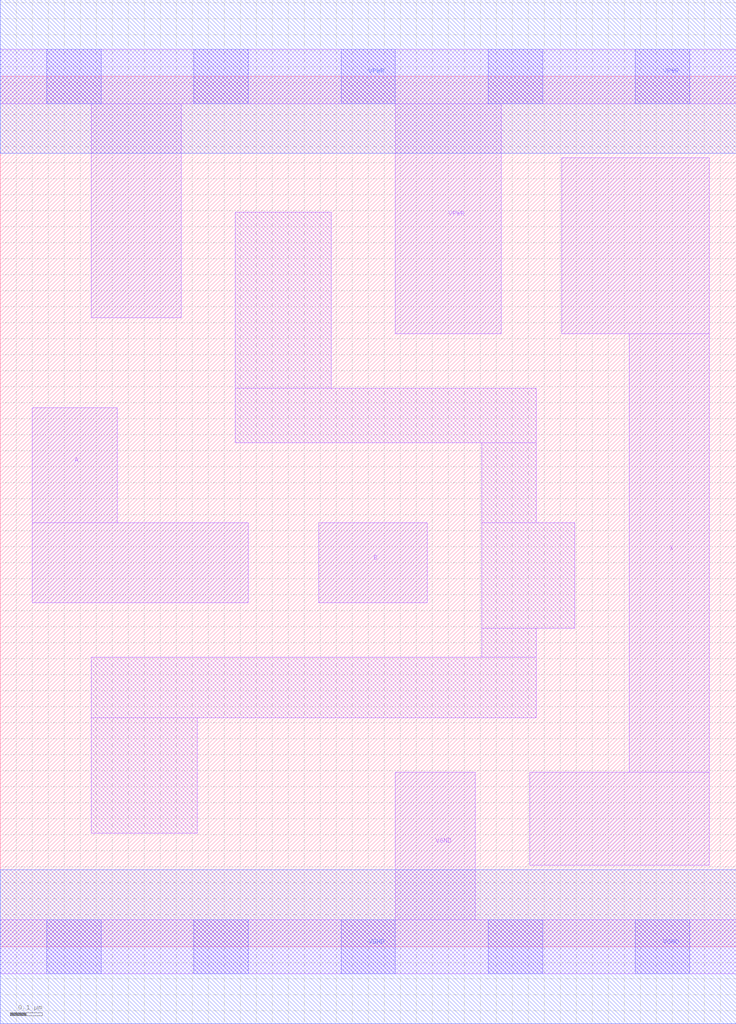
<source format=lef>
# Copyright 2020 The SkyWater PDK Authors
#
# Licensed under the Apache License, Version 2.0 (the "License");
# you may not use this file except in compliance with the License.
# You may obtain a copy of the License at
#
#     https://www.apache.org/licenses/LICENSE-2.0
#
# Unless required by applicable law or agreed to in writing, software
# distributed under the License is distributed on an "AS IS" BASIS,
# WITHOUT WARRANTIES OR CONDITIONS OF ANY KIND, either express or implied.
# See the License for the specific language governing permissions and
# limitations under the License.
#
# SPDX-License-Identifier: Apache-2.0

VERSION 5.7 ;
  NAMESCASESENSITIVE ON ;
  NOWIREEXTENSIONATPIN ON ;
  DIVIDERCHAR "/" ;
  BUSBITCHARS "[]" ;
UNITS
  DATABASE MICRONS 200 ;
END UNITS
MACRO sky130_fd_sc_hd__and2_1
  CLASS CORE ;
  SOURCE USER ;
  FOREIGN sky130_fd_sc_hd__and2_1 ;
  ORIGIN  0.000000  0.000000 ;
  SIZE  2.300000 BY  2.720000 ;
  SYMMETRY X Y R90 ;
  SITE unithd ;
  PIN A
    ANTENNAGATEAREA  0.126000 ;
    DIRECTION INPUT ;
    USE SIGNAL ;
    PORT
      LAYER li1 ;
        RECT 0.100000 1.075000 0.775000 1.325000 ;
        RECT 0.100000 1.325000 0.365000 1.685000 ;
    END
  END A
  PIN B
    ANTENNAGATEAREA  0.126000 ;
    DIRECTION INPUT ;
    USE SIGNAL ;
    PORT
      LAYER li1 ;
        RECT 0.995000 1.075000 1.335000 1.325000 ;
    END
  END B
  PIN X
    ANTENNADIFFAREA  0.657000 ;
    DIRECTION OUTPUT ;
    USE SIGNAL ;
    PORT
      LAYER li1 ;
        RECT 1.655000 0.255000 2.215000 0.545000 ;
        RECT 1.755000 1.915000 2.215000 2.465000 ;
        RECT 1.965000 0.545000 2.215000 1.915000 ;
    END
  END X
  PIN VGND
    DIRECTION INOUT ;
    SHAPE ABUTMENT ;
    USE GROUND ;
    PORT
      LAYER li1 ;
        RECT 0.000000 -0.085000 2.300000 0.085000 ;
        RECT 1.235000  0.085000 1.485000 0.545000 ;
      LAYER mcon ;
        RECT 0.145000 -0.085000 0.315000 0.085000 ;
        RECT 0.605000 -0.085000 0.775000 0.085000 ;
        RECT 1.065000 -0.085000 1.235000 0.085000 ;
        RECT 1.525000 -0.085000 1.695000 0.085000 ;
        RECT 1.985000 -0.085000 2.155000 0.085000 ;
      LAYER met1 ;
        RECT 0.000000 -0.240000 2.300000 0.240000 ;
    END
  END VGND
  PIN VPWR
    DIRECTION INOUT ;
    SHAPE ABUTMENT ;
    USE POWER ;
    PORT
      LAYER li1 ;
        RECT 0.000000 2.635000 2.300000 2.805000 ;
        RECT 0.285000 1.965000 0.565000 2.635000 ;
        RECT 1.235000 1.915000 1.565000 2.635000 ;
      LAYER mcon ;
        RECT 0.145000 2.635000 0.315000 2.805000 ;
        RECT 0.605000 2.635000 0.775000 2.805000 ;
        RECT 1.065000 2.635000 1.235000 2.805000 ;
        RECT 1.525000 2.635000 1.695000 2.805000 ;
        RECT 1.985000 2.635000 2.155000 2.805000 ;
      LAYER met1 ;
        RECT 0.000000 2.480000 2.300000 2.960000 ;
    END
  END VPWR
  OBS
    LAYER li1 ;
      RECT 0.285000 0.355000 0.615000 0.715000 ;
      RECT 0.285000 0.715000 1.675000 0.905000 ;
      RECT 0.735000 1.575000 1.675000 1.745000 ;
      RECT 0.735000 1.745000 1.035000 2.295000 ;
      RECT 1.505000 0.905000 1.675000 0.995000 ;
      RECT 1.505000 0.995000 1.795000 1.325000 ;
      RECT 1.505000 1.325000 1.675000 1.575000 ;
  END
END sky130_fd_sc_hd__and2_1

</source>
